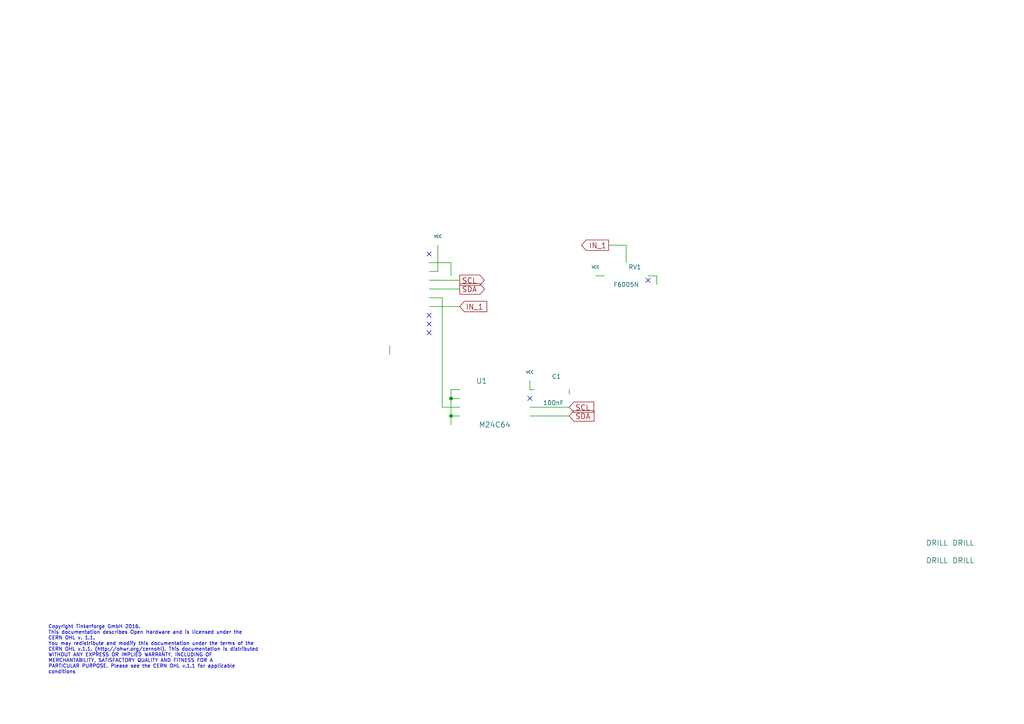
<source format=kicad_sch>
(kicad_sch (version 20230121) (generator eeschema)
  (paper "A4")
  (title_block (title "Linear Poti Bricklet") (date "2016-03-04") (rev "1.2") (company "Tinkerforge GmbH") (comment 1 "Licensed under CERN OHL v.1.1") (comment 2 "Copyright (©) 2016, B.Nordmeyer <bastian@tinkerforge.com>"))
  (lib_symbols)
  (junction (at 130.81 120.65))
  (junction (at 130.81 115.57))
  (no_connect (at 124.46 73.66))
  (no_connect (at 124.46 91.44))
  (no_connect (at 124.46 96.52))
  (no_connect (at 187.96 81.28))
  (no_connect (at 124.46 93.98))
  (no_connect (at 153.67 115.57))
  (wire (pts (xy 124.46 86.36) (xy 128.27 86.36)))
  (wire (pts (xy 153.67 113.03) (xy 154.94 113.03)))
  (wire (pts (xy 128.27 86.36) (xy 128.27 118.11)))
  (wire (pts (xy 153.67 110.49) (xy 153.67 113.03)))
  (wire (pts (xy 130.81 120.65) (xy 130.81 123.19)))
  (wire (pts (xy 124.46 78.74) (xy 127 78.74)))
  (wire (pts (xy 124.46 81.28) (xy 133.35 81.28)))
  (wire (pts (xy 172.72 80.01) (xy 175.26 80.01)))
  (wire (pts (xy 130.81 113.03) (xy 130.81 115.57)))
  (wire (pts (xy 128.27 118.11) (xy 133.35 118.11)))
  (wire (pts (xy 130.81 80.01) (xy 130.81 76.2)))
  (wire (pts (xy 181.61 71.12) (xy 181.61 76.2)))
  (wire (pts (xy 130.81 115.57) (xy 133.35 115.57)))
  (wire (pts (xy 130.81 76.2) (xy 124.46 76.2)))
  (wire (pts (xy 153.67 120.65) (xy 165.1 120.65)))
  (wire (pts (xy 187.96 80.01) (xy 190.5 80.01)))
  (wire (pts (xy 165.1 114.3) (xy 165.1 113.03)))
  (wire (pts (xy 153.67 118.11) (xy 165.1 118.11)))
  (wire (pts (xy 130.81 115.57) (xy 130.81 120.65)))
  (wire (pts (xy 127 78.74) (xy 127 71.12)))
  (wire (pts (xy 124.46 88.9) (xy 133.35 88.9)))
  (wire (pts (xy 130.81 120.65) (xy 133.35 120.65)))
  (wire (pts (xy 190.5 80.01) (xy 190.5 82.55)))
  (wire (pts (xy 133.35 113.03) (xy 130.81 113.03)))
  (wire (pts (xy 124.46 83.82) (xy 133.35 83.82)))
  (wire (pts (xy 176.53 71.12) (xy 181.61 71.12)))
  (wire (pts (xy 113.03 102.87) (xy 113.03 100.33)))
  (text "Copyright Tinkerforge GmbH 2016.\nThis documentation describes Open Hardware and is licensed under the\nCERN OHL v. 1.1.\nYou may redistribute and modify this documentation under the terms of the\nCERN OHL v.1.1. (http://ohwr.org/cernohl). This documentation is distributed\nWITHOUT ANY EXPRESS OR IMPLIED WARRANTY, INCLUDING OF\nMERCHANTABILITY, SATISFACTORY QUALITY AND FITNESS FOR A\nPARTICULAR PURPOSE. Please see the CERN OHL v.1.1 for applicable\nconditions\n" (at 13.97 195.58 0) (effects (font (size 1.016 1.016)) (justify left bottom)))
  (global_label "SDA" (shape input) (at 165.1 120.65 0) (effects (font (size 1.524 1.524))) (property "Intersheetrefs" "${INTERSHEET_REFS}" (effects hide)))
  (global_label "IN_1" (shape output) (at 176.53 71.12 180) (effects (font (size 1.524 1.524))) (property "Intersheetrefs" "${INTERSHEET_REFS}" (effects hide)))
  (global_label "IN_1" (shape input) (at 133.35 88.9 0) (effects (font (size 1.524 1.524))) (property "Intersheetrefs" "${INTERSHEET_REFS}" (effects hide)))
  (global_label "SCL" (shape input) (at 165.1 118.11 0) (effects (font (size 1.524 1.524))) (property "Intersheetrefs" "${INTERSHEET_REFS}" (effects hide)))
  (global_label "SCL" (shape output) (at 133.35 81.28 0) (effects (font (size 1.524 1.524))) (property "Intersheetrefs" "${INTERSHEET_REFS}" (effects hide)))
  (global_label "SDA" (shape output) (at 133.35 83.82 0) (effects (font (size 1.524 1.524))) (property "Intersheetrefs" "${INTERSHEET_REFS}" (effects hide)))
  (symbol (lib_id "CON-SENSOR") (at 113.03 85.09 0) (mirror y) (unit 1)
    (property "Reference" "P1" (at 119.38 71.12 0) (effects (font (size 1.524 1.524))))
    (property "Value" "CON-SENSOR" (at 107.95 85.09 90) (effects (font (size 1.524 1.524))))
    (property "Footprint" "CON-SENSOR" (effects hide))
  )
  (symbol (lib_id "GND") (at 113.03 102.87 0) (unit 1)
    (property "Reference" "#PWR08" (effects hide))
    (property "Value" "GND" (effects hide))
  )
  (symbol (lib_id "GND") (at 130.81 80.01 0) (unit 1)
    (property "Reference" "#PWR07" (effects hide))
    (property "Value" "GND" (effects hide))
  )
  (symbol (lib_id "VCC") (at 127 71.12 0) (unit 1)
    (property "Reference" "#PWR06" (effects hide))
    (property "Value" "VCC" (at 127 68.58 0) (effects (font (size 0.762 0.762))))
  )
  (symbol (lib_id "CAT24C") (at 143.51 123.19 0) (unit 1)
    (property "Reference" "U1" (at 139.7 110.49 0) (effects (font (size 1.524 1.524))))
    (property "Value" "M24C64" (at 143.51 123.19 0) (effects (font (size 1.524 1.524))))
    (property "Footprint" "SO-8" (effects hide))
  )
  (symbol (lib_id "GND") (at 130.81 123.19 0) (unit 1)
    (property "Reference" "#PWR05" (effects hide))
    (property "Value" "GND" (effects hide))
  )
  (symbol (lib_id "VCC") (at 153.67 110.49 0) (unit 1)
    (property "Reference" "#PWR04" (effects hide))
    (property "Value" "VCC" (at 153.67 107.95 0) (effects (font (size 0.762 0.762))))
  )
  (symbol (lib_id "VCC") (at 172.72 80.01 0) (unit 1)
    (property "Reference" "#PWR03" (effects hide))
    (property "Value" "VCC" (at 172.72 77.47 0) (effects (font (size 0.762 0.762))))
  )
  (symbol (lib_id "GND") (at 190.5 82.55 0) (unit 1)
    (property "Reference" "#PWR02" (effects hide))
    (property "Value" "GND" (effects hide))
  )
  (symbol (lib_id "RK11K113") (at 181.61 80.01 0) (unit 1)
    (property "Reference" "RV1" (at 184.15 77.47 0))
    (property "Value" "F6005N" (at 181.61 82.55 0))
    (property "Footprint" "F6005N" (effects hide))
  )
  (symbol (lib_id "DRILL") (at 279.4 157.48 0) (unit 1)
    (property "Reference" "U4" (effects hide))
    (property "Value" "DRILL" (at 279.4 157.48 0) (effects (font (size 1.524 1.524))))
    (property "Footprint" "DRILL_NP" (effects hide))
  )
  (symbol (lib_id "DRILL") (at 279.4 162.56 0) (unit 1)
    (property "Reference" "U5" (effects hide))
    (property "Value" "DRILL" (at 279.4 162.56 0) (effects (font (size 1.524 1.524))))
    (property "Footprint" "DRILL_NP" (effects hide))
  )
  (symbol (lib_id "DRILL") (at 271.78 162.56 0) (unit 1)
    (property "Reference" "U3" (effects hide))
    (property "Value" "DRILL" (at 271.78 162.56 0) (effects (font (size 1.524 1.524))))
    (property "Footprint" "DRILL_NP" (effects hide))
  )
  (symbol (lib_id "DRILL") (at 271.78 157.48 0) (unit 1)
    (property "Reference" "U2" (effects hide))
    (property "Value" "DRILL" (at 271.78 157.48 0) (effects (font (size 1.524 1.524))))
    (property "Footprint" "DRILL_NP" (effects hide))
  )
  (symbol (lib_id "C") (at 160.02 113.03 270) (unit 1)
    (property "Reference" "C1" (at 160.02 109.22 90) (effects (justify left)))
    (property "Value" "100nF" (at 157.48 116.84 90) (effects (justify left)))
    (property "Footprint" "0603E" (effects hide))
  )
  (symbol (lib_id "GND") (at 165.1 114.3 0) (unit 1)
    (property "Reference" "#PWR01" (effects hide))
    (property "Value" "GND" (effects hide))
  )
)
</source>
